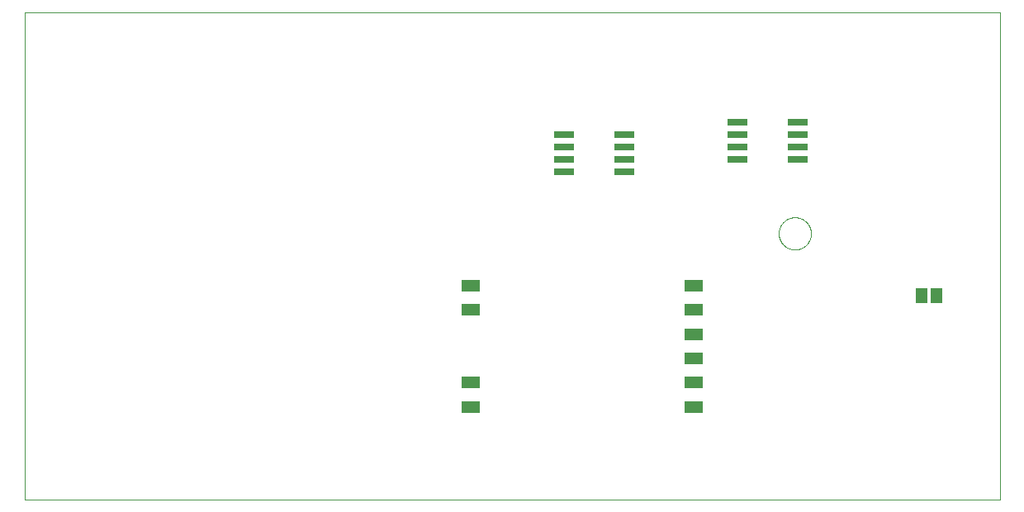
<source format=gtp>
G75*
%MOIN*%
%OFA0B0*%
%FSLAX25Y25*%
%IPPOS*%
%LPD*%
%AMOC8*
5,1,8,0,0,1.08239X$1,22.5*
%
%ADD10C,0.00000*%
%ADD11R,0.04600X0.06300*%
%ADD12R,0.07500X0.05000*%
%ADD13R,0.08000X0.02600*%
D10*
X0002000Y0002000D02*
X0002000Y0198850D01*
X0395701Y0198850D01*
X0395701Y0002000D01*
X0002000Y0002000D01*
X0306500Y0109500D02*
X0306502Y0109661D01*
X0306508Y0109821D01*
X0306518Y0109982D01*
X0306532Y0110142D01*
X0306550Y0110302D01*
X0306571Y0110461D01*
X0306597Y0110620D01*
X0306627Y0110778D01*
X0306660Y0110935D01*
X0306698Y0111092D01*
X0306739Y0111247D01*
X0306784Y0111401D01*
X0306833Y0111554D01*
X0306886Y0111706D01*
X0306942Y0111857D01*
X0307003Y0112006D01*
X0307066Y0112154D01*
X0307134Y0112300D01*
X0307205Y0112444D01*
X0307279Y0112586D01*
X0307357Y0112727D01*
X0307439Y0112865D01*
X0307524Y0113002D01*
X0307612Y0113136D01*
X0307704Y0113268D01*
X0307799Y0113398D01*
X0307897Y0113526D01*
X0307998Y0113651D01*
X0308102Y0113773D01*
X0308209Y0113893D01*
X0308319Y0114010D01*
X0308432Y0114125D01*
X0308548Y0114236D01*
X0308667Y0114345D01*
X0308788Y0114450D01*
X0308912Y0114553D01*
X0309038Y0114653D01*
X0309166Y0114749D01*
X0309297Y0114842D01*
X0309431Y0114932D01*
X0309566Y0115019D01*
X0309704Y0115102D01*
X0309843Y0115182D01*
X0309985Y0115258D01*
X0310128Y0115331D01*
X0310273Y0115400D01*
X0310420Y0115466D01*
X0310568Y0115528D01*
X0310718Y0115586D01*
X0310869Y0115641D01*
X0311022Y0115692D01*
X0311176Y0115739D01*
X0311331Y0115782D01*
X0311487Y0115821D01*
X0311643Y0115857D01*
X0311801Y0115888D01*
X0311959Y0115916D01*
X0312118Y0115940D01*
X0312278Y0115960D01*
X0312438Y0115976D01*
X0312598Y0115988D01*
X0312759Y0115996D01*
X0312920Y0116000D01*
X0313080Y0116000D01*
X0313241Y0115996D01*
X0313402Y0115988D01*
X0313562Y0115976D01*
X0313722Y0115960D01*
X0313882Y0115940D01*
X0314041Y0115916D01*
X0314199Y0115888D01*
X0314357Y0115857D01*
X0314513Y0115821D01*
X0314669Y0115782D01*
X0314824Y0115739D01*
X0314978Y0115692D01*
X0315131Y0115641D01*
X0315282Y0115586D01*
X0315432Y0115528D01*
X0315580Y0115466D01*
X0315727Y0115400D01*
X0315872Y0115331D01*
X0316015Y0115258D01*
X0316157Y0115182D01*
X0316296Y0115102D01*
X0316434Y0115019D01*
X0316569Y0114932D01*
X0316703Y0114842D01*
X0316834Y0114749D01*
X0316962Y0114653D01*
X0317088Y0114553D01*
X0317212Y0114450D01*
X0317333Y0114345D01*
X0317452Y0114236D01*
X0317568Y0114125D01*
X0317681Y0114010D01*
X0317791Y0113893D01*
X0317898Y0113773D01*
X0318002Y0113651D01*
X0318103Y0113526D01*
X0318201Y0113398D01*
X0318296Y0113268D01*
X0318388Y0113136D01*
X0318476Y0113002D01*
X0318561Y0112865D01*
X0318643Y0112727D01*
X0318721Y0112586D01*
X0318795Y0112444D01*
X0318866Y0112300D01*
X0318934Y0112154D01*
X0318997Y0112006D01*
X0319058Y0111857D01*
X0319114Y0111706D01*
X0319167Y0111554D01*
X0319216Y0111401D01*
X0319261Y0111247D01*
X0319302Y0111092D01*
X0319340Y0110935D01*
X0319373Y0110778D01*
X0319403Y0110620D01*
X0319429Y0110461D01*
X0319450Y0110302D01*
X0319468Y0110142D01*
X0319482Y0109982D01*
X0319492Y0109821D01*
X0319498Y0109661D01*
X0319500Y0109500D01*
X0319498Y0109339D01*
X0319492Y0109179D01*
X0319482Y0109018D01*
X0319468Y0108858D01*
X0319450Y0108698D01*
X0319429Y0108539D01*
X0319403Y0108380D01*
X0319373Y0108222D01*
X0319340Y0108065D01*
X0319302Y0107908D01*
X0319261Y0107753D01*
X0319216Y0107599D01*
X0319167Y0107446D01*
X0319114Y0107294D01*
X0319058Y0107143D01*
X0318997Y0106994D01*
X0318934Y0106846D01*
X0318866Y0106700D01*
X0318795Y0106556D01*
X0318721Y0106414D01*
X0318643Y0106273D01*
X0318561Y0106135D01*
X0318476Y0105998D01*
X0318388Y0105864D01*
X0318296Y0105732D01*
X0318201Y0105602D01*
X0318103Y0105474D01*
X0318002Y0105349D01*
X0317898Y0105227D01*
X0317791Y0105107D01*
X0317681Y0104990D01*
X0317568Y0104875D01*
X0317452Y0104764D01*
X0317333Y0104655D01*
X0317212Y0104550D01*
X0317088Y0104447D01*
X0316962Y0104347D01*
X0316834Y0104251D01*
X0316703Y0104158D01*
X0316569Y0104068D01*
X0316434Y0103981D01*
X0316296Y0103898D01*
X0316157Y0103818D01*
X0316015Y0103742D01*
X0315872Y0103669D01*
X0315727Y0103600D01*
X0315580Y0103534D01*
X0315432Y0103472D01*
X0315282Y0103414D01*
X0315131Y0103359D01*
X0314978Y0103308D01*
X0314824Y0103261D01*
X0314669Y0103218D01*
X0314513Y0103179D01*
X0314357Y0103143D01*
X0314199Y0103112D01*
X0314041Y0103084D01*
X0313882Y0103060D01*
X0313722Y0103040D01*
X0313562Y0103024D01*
X0313402Y0103012D01*
X0313241Y0103004D01*
X0313080Y0103000D01*
X0312920Y0103000D01*
X0312759Y0103004D01*
X0312598Y0103012D01*
X0312438Y0103024D01*
X0312278Y0103040D01*
X0312118Y0103060D01*
X0311959Y0103084D01*
X0311801Y0103112D01*
X0311643Y0103143D01*
X0311487Y0103179D01*
X0311331Y0103218D01*
X0311176Y0103261D01*
X0311022Y0103308D01*
X0310869Y0103359D01*
X0310718Y0103414D01*
X0310568Y0103472D01*
X0310420Y0103534D01*
X0310273Y0103600D01*
X0310128Y0103669D01*
X0309985Y0103742D01*
X0309843Y0103818D01*
X0309704Y0103898D01*
X0309566Y0103981D01*
X0309431Y0104068D01*
X0309297Y0104158D01*
X0309166Y0104251D01*
X0309038Y0104347D01*
X0308912Y0104447D01*
X0308788Y0104550D01*
X0308667Y0104655D01*
X0308548Y0104764D01*
X0308432Y0104875D01*
X0308319Y0104990D01*
X0308209Y0105107D01*
X0308102Y0105227D01*
X0307998Y0105349D01*
X0307897Y0105474D01*
X0307799Y0105602D01*
X0307704Y0105732D01*
X0307612Y0105864D01*
X0307524Y0105998D01*
X0307439Y0106135D01*
X0307357Y0106273D01*
X0307279Y0106414D01*
X0307205Y0106556D01*
X0307134Y0106700D01*
X0307066Y0106846D01*
X0307003Y0106994D01*
X0306942Y0107143D01*
X0306886Y0107294D01*
X0306833Y0107446D01*
X0306784Y0107599D01*
X0306739Y0107753D01*
X0306698Y0107908D01*
X0306660Y0108065D01*
X0306627Y0108222D01*
X0306597Y0108380D01*
X0306571Y0108539D01*
X0306550Y0108698D01*
X0306532Y0108858D01*
X0306518Y0109018D01*
X0306508Y0109179D01*
X0306502Y0109339D01*
X0306500Y0109500D01*
D11*
X0364000Y0084500D03*
X0370000Y0084500D03*
D12*
X0272000Y0088500D03*
X0272000Y0078700D03*
X0272000Y0068900D03*
X0272000Y0059100D03*
X0272000Y0049300D03*
X0272000Y0039500D03*
X0182000Y0039500D03*
X0182000Y0049300D03*
X0182000Y0078700D03*
X0182000Y0088500D03*
D13*
X0219900Y0134500D03*
X0219900Y0139500D03*
X0219900Y0144500D03*
X0219900Y0149500D03*
X0244100Y0149500D03*
X0244100Y0144500D03*
X0244100Y0139500D03*
X0244100Y0134500D03*
X0289900Y0139500D03*
X0289900Y0144500D03*
X0289900Y0149500D03*
X0289900Y0154500D03*
X0314100Y0154500D03*
X0314100Y0149500D03*
X0314100Y0144500D03*
X0314100Y0139500D03*
M02*

</source>
